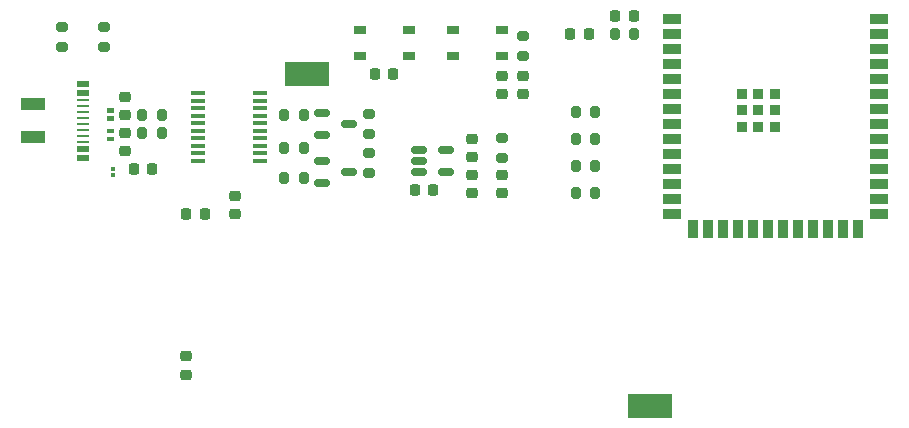
<source format=gbr>
%TF.GenerationSoftware,KiCad,Pcbnew,8.0.4*%
%TF.CreationDate,2024-11-18T06:36:06-07:00*%
%TF.ProjectId,SnakeTank,536e616b-6554-4616-9e6b-2e6b69636164,rev?*%
%TF.SameCoordinates,Original*%
%TF.FileFunction,Paste,Top*%
%TF.FilePolarity,Positive*%
%FSLAX46Y46*%
G04 Gerber Fmt 4.6, Leading zero omitted, Abs format (unit mm)*
G04 Created by KiCad (PCBNEW 8.0.4) date 2024-11-18 06:36:06*
%MOMM*%
%LPD*%
G01*
G04 APERTURE LIST*
G04 Aperture macros list*
%AMRoundRect*
0 Rectangle with rounded corners*
0 $1 Rounding radius*
0 $2 $3 $4 $5 $6 $7 $8 $9 X,Y pos of 4 corners*
0 Add a 4 corners polygon primitive as box body*
4,1,4,$2,$3,$4,$5,$6,$7,$8,$9,$2,$3,0*
0 Add four circle primitives for the rounded corners*
1,1,$1+$1,$2,$3*
1,1,$1+$1,$4,$5*
1,1,$1+$1,$6,$7*
1,1,$1+$1,$8,$9*
0 Add four rect primitives between the rounded corners*
20,1,$1+$1,$2,$3,$4,$5,0*
20,1,$1+$1,$4,$5,$6,$7,0*
20,1,$1+$1,$6,$7,$8,$9,0*
20,1,$1+$1,$8,$9,$2,$3,0*%
G04 Aperture macros list end*
%ADD10C,0.010000*%
%ADD11RoundRect,0.200000X-0.275000X0.200000X-0.275000X-0.200000X0.275000X-0.200000X0.275000X0.200000X0*%
%ADD12RoundRect,0.200000X-0.200000X-0.275000X0.200000X-0.275000X0.200000X0.275000X-0.200000X0.275000X0*%
%ADD13RoundRect,0.225000X0.225000X0.250000X-0.225000X0.250000X-0.225000X-0.250000X0.225000X-0.250000X0*%
%ADD14RoundRect,0.225000X-0.225000X-0.250000X0.225000X-0.250000X0.225000X0.250000X-0.225000X0.250000X0*%
%ADD15R,1.050000X0.650000*%
%ADD16RoundRect,0.218750X0.256250X-0.218750X0.256250X0.218750X-0.256250X0.218750X-0.256250X-0.218750X0*%
%ADD17RoundRect,0.225000X0.250000X-0.225000X0.250000X0.225000X-0.250000X0.225000X-0.250000X-0.225000X0*%
%ADD18RoundRect,0.225000X-0.250000X0.225000X-0.250000X-0.225000X0.250000X-0.225000X0.250000X0.225000X0*%
%ADD19R,1.200000X0.400000*%
%ADD20RoundRect,0.200000X0.275000X-0.200000X0.275000X0.200000X-0.275000X0.200000X-0.275000X-0.200000X0*%
%ADD21RoundRect,0.200000X0.200000X0.275000X-0.200000X0.275000X-0.200000X-0.275000X0.200000X-0.275000X0*%
%ADD22RoundRect,0.150000X-0.512500X-0.150000X0.512500X-0.150000X0.512500X0.150000X-0.512500X0.150000X0*%
%ADD23R,3.800000X2.000000*%
%ADD24R,1.500000X0.900000*%
%ADD25R,0.900000X1.500000*%
%ADD26R,0.900000X0.900000*%
%ADD27R,0.400000X0.380000*%
%ADD28R,2.000000X1.000000*%
%ADD29R,1.000000X0.520000*%
%ADD30R,1.000000X0.270000*%
G04 APERTURE END LIST*
D10*
%TO.C,D2*%
X27765000Y-34930000D02*
X27767000Y-34930000D01*
X27770000Y-34931000D01*
X27772000Y-34931000D01*
X27775000Y-34932000D01*
X27777000Y-34933000D01*
X27780000Y-34934000D01*
X27782000Y-34936000D01*
X27784000Y-34937000D01*
X27786000Y-34939000D01*
X27788000Y-34940000D01*
X27790000Y-34942000D01*
X27792000Y-34944000D01*
X27794000Y-34946000D01*
X27796000Y-34948000D01*
X27797000Y-34950000D01*
X27799000Y-34952000D01*
X27800000Y-34954000D01*
X27802000Y-34956000D01*
X27803000Y-34959000D01*
X27804000Y-34961000D01*
X27805000Y-34964000D01*
X27805000Y-34966000D01*
X27806000Y-34969000D01*
X27806000Y-34971000D01*
X27807000Y-34974000D01*
X27807000Y-34976000D01*
X27807000Y-34979000D01*
X27807000Y-35179000D01*
X27807000Y-35182000D01*
X27807000Y-35184000D01*
X27806000Y-35187000D01*
X27806000Y-35189000D01*
X27805000Y-35192000D01*
X27805000Y-35194000D01*
X27804000Y-35197000D01*
X27803000Y-35199000D01*
X27802000Y-35202000D01*
X27800000Y-35204000D01*
X27799000Y-35206000D01*
X27797000Y-35208000D01*
X27796000Y-35210000D01*
X27794000Y-35212000D01*
X27792000Y-35214000D01*
X27790000Y-35216000D01*
X27788000Y-35218000D01*
X27786000Y-35219000D01*
X27784000Y-35221000D01*
X27782000Y-35222000D01*
X27780000Y-35224000D01*
X27777000Y-35225000D01*
X27775000Y-35226000D01*
X27772000Y-35227000D01*
X27770000Y-35227000D01*
X27767000Y-35228000D01*
X27765000Y-35228000D01*
X27762000Y-35229000D01*
X27760000Y-35229000D01*
X27757000Y-35229000D01*
X27357000Y-35229000D01*
X27354000Y-35229000D01*
X27352000Y-35229000D01*
X27349000Y-35228000D01*
X27347000Y-35228000D01*
X27344000Y-35227000D01*
X27342000Y-35227000D01*
X27339000Y-35226000D01*
X27337000Y-35225000D01*
X27334000Y-35224000D01*
X27332000Y-35222000D01*
X27330000Y-35221000D01*
X27328000Y-35219000D01*
X27326000Y-35218000D01*
X27324000Y-35216000D01*
X27322000Y-35214000D01*
X27320000Y-35212000D01*
X27318000Y-35210000D01*
X27317000Y-35208000D01*
X27315000Y-35206000D01*
X27314000Y-35204000D01*
X27312000Y-35202000D01*
X27311000Y-35199000D01*
X27310000Y-35197000D01*
X27309000Y-35194000D01*
X27309000Y-35192000D01*
X27308000Y-35189000D01*
X27308000Y-35187000D01*
X27307000Y-35184000D01*
X27307000Y-35182000D01*
X27307000Y-35179000D01*
X27307000Y-34979000D01*
X27307000Y-34976000D01*
X27307000Y-34974000D01*
X27308000Y-34971000D01*
X27308000Y-34969000D01*
X27309000Y-34966000D01*
X27309000Y-34964000D01*
X27310000Y-34961000D01*
X27311000Y-34959000D01*
X27312000Y-34956000D01*
X27314000Y-34954000D01*
X27315000Y-34952000D01*
X27317000Y-34950000D01*
X27318000Y-34948000D01*
X27320000Y-34946000D01*
X27322000Y-34944000D01*
X27324000Y-34942000D01*
X27326000Y-34940000D01*
X27328000Y-34939000D01*
X27330000Y-34937000D01*
X27332000Y-34936000D01*
X27334000Y-34934000D01*
X27337000Y-34933000D01*
X27339000Y-34932000D01*
X27342000Y-34931000D01*
X27344000Y-34931000D01*
X27347000Y-34930000D01*
X27349000Y-34930000D01*
X27352000Y-34929000D01*
X27354000Y-34929000D01*
X27357000Y-34929000D01*
X27757000Y-34929000D01*
X27760000Y-34929000D01*
X27762000Y-34929000D01*
X27765000Y-34930000D01*
G36*
X27765000Y-34930000D02*
G01*
X27767000Y-34930000D01*
X27770000Y-34931000D01*
X27772000Y-34931000D01*
X27775000Y-34932000D01*
X27777000Y-34933000D01*
X27780000Y-34934000D01*
X27782000Y-34936000D01*
X27784000Y-34937000D01*
X27786000Y-34939000D01*
X27788000Y-34940000D01*
X27790000Y-34942000D01*
X27792000Y-34944000D01*
X27794000Y-34946000D01*
X27796000Y-34948000D01*
X27797000Y-34950000D01*
X27799000Y-34952000D01*
X27800000Y-34954000D01*
X27802000Y-34956000D01*
X27803000Y-34959000D01*
X27804000Y-34961000D01*
X27805000Y-34964000D01*
X27805000Y-34966000D01*
X27806000Y-34969000D01*
X27806000Y-34971000D01*
X27807000Y-34974000D01*
X27807000Y-34976000D01*
X27807000Y-34979000D01*
X27807000Y-35179000D01*
X27807000Y-35182000D01*
X27807000Y-35184000D01*
X27806000Y-35187000D01*
X27806000Y-35189000D01*
X27805000Y-35192000D01*
X27805000Y-35194000D01*
X27804000Y-35197000D01*
X27803000Y-35199000D01*
X27802000Y-35202000D01*
X27800000Y-35204000D01*
X27799000Y-35206000D01*
X27797000Y-35208000D01*
X27796000Y-35210000D01*
X27794000Y-35212000D01*
X27792000Y-35214000D01*
X27790000Y-35216000D01*
X27788000Y-35218000D01*
X27786000Y-35219000D01*
X27784000Y-35221000D01*
X27782000Y-35222000D01*
X27780000Y-35224000D01*
X27777000Y-35225000D01*
X27775000Y-35226000D01*
X27772000Y-35227000D01*
X27770000Y-35227000D01*
X27767000Y-35228000D01*
X27765000Y-35228000D01*
X27762000Y-35229000D01*
X27760000Y-35229000D01*
X27757000Y-35229000D01*
X27357000Y-35229000D01*
X27354000Y-35229000D01*
X27352000Y-35229000D01*
X27349000Y-35228000D01*
X27347000Y-35228000D01*
X27344000Y-35227000D01*
X27342000Y-35227000D01*
X27339000Y-35226000D01*
X27337000Y-35225000D01*
X27334000Y-35224000D01*
X27332000Y-35222000D01*
X27330000Y-35221000D01*
X27328000Y-35219000D01*
X27326000Y-35218000D01*
X27324000Y-35216000D01*
X27322000Y-35214000D01*
X27320000Y-35212000D01*
X27318000Y-35210000D01*
X27317000Y-35208000D01*
X27315000Y-35206000D01*
X27314000Y-35204000D01*
X27312000Y-35202000D01*
X27311000Y-35199000D01*
X27310000Y-35197000D01*
X27309000Y-35194000D01*
X27309000Y-35192000D01*
X27308000Y-35189000D01*
X27308000Y-35187000D01*
X27307000Y-35184000D01*
X27307000Y-35182000D01*
X27307000Y-35179000D01*
X27307000Y-34979000D01*
X27307000Y-34976000D01*
X27307000Y-34974000D01*
X27308000Y-34971000D01*
X27308000Y-34969000D01*
X27309000Y-34966000D01*
X27309000Y-34964000D01*
X27310000Y-34961000D01*
X27311000Y-34959000D01*
X27312000Y-34956000D01*
X27314000Y-34954000D01*
X27315000Y-34952000D01*
X27317000Y-34950000D01*
X27318000Y-34948000D01*
X27320000Y-34946000D01*
X27322000Y-34944000D01*
X27324000Y-34942000D01*
X27326000Y-34940000D01*
X27328000Y-34939000D01*
X27330000Y-34937000D01*
X27332000Y-34936000D01*
X27334000Y-34934000D01*
X27337000Y-34933000D01*
X27339000Y-34932000D01*
X27342000Y-34931000D01*
X27344000Y-34931000D01*
X27347000Y-34930000D01*
X27349000Y-34930000D01*
X27352000Y-34929000D01*
X27354000Y-34929000D01*
X27357000Y-34929000D01*
X27757000Y-34929000D01*
X27760000Y-34929000D01*
X27762000Y-34929000D01*
X27765000Y-34930000D01*
G37*
X27765000Y-35630000D02*
X27767000Y-35630000D01*
X27770000Y-35631000D01*
X27772000Y-35631000D01*
X27775000Y-35632000D01*
X27777000Y-35633000D01*
X27780000Y-35634000D01*
X27782000Y-35636000D01*
X27784000Y-35637000D01*
X27786000Y-35639000D01*
X27788000Y-35640000D01*
X27790000Y-35642000D01*
X27792000Y-35644000D01*
X27794000Y-35646000D01*
X27796000Y-35648000D01*
X27797000Y-35650000D01*
X27799000Y-35652000D01*
X27800000Y-35654000D01*
X27802000Y-35656000D01*
X27803000Y-35659000D01*
X27804000Y-35661000D01*
X27805000Y-35664000D01*
X27805000Y-35666000D01*
X27806000Y-35669000D01*
X27806000Y-35671000D01*
X27807000Y-35674000D01*
X27807000Y-35676000D01*
X27807000Y-35679000D01*
X27807000Y-35879000D01*
X27807000Y-35882000D01*
X27807000Y-35884000D01*
X27806000Y-35887000D01*
X27806000Y-35889000D01*
X27805000Y-35892000D01*
X27805000Y-35894000D01*
X27804000Y-35897000D01*
X27803000Y-35899000D01*
X27802000Y-35902000D01*
X27800000Y-35904000D01*
X27799000Y-35906000D01*
X27797000Y-35908000D01*
X27796000Y-35910000D01*
X27794000Y-35912000D01*
X27792000Y-35914000D01*
X27790000Y-35916000D01*
X27788000Y-35918000D01*
X27786000Y-35919000D01*
X27784000Y-35921000D01*
X27782000Y-35922000D01*
X27780000Y-35924000D01*
X27777000Y-35925000D01*
X27775000Y-35926000D01*
X27772000Y-35927000D01*
X27770000Y-35927000D01*
X27767000Y-35928000D01*
X27765000Y-35928000D01*
X27762000Y-35929000D01*
X27760000Y-35929000D01*
X27757000Y-35929000D01*
X27357000Y-35929000D01*
X27354000Y-35929000D01*
X27352000Y-35929000D01*
X27349000Y-35928000D01*
X27347000Y-35928000D01*
X27344000Y-35927000D01*
X27342000Y-35927000D01*
X27339000Y-35926000D01*
X27337000Y-35925000D01*
X27334000Y-35924000D01*
X27332000Y-35922000D01*
X27330000Y-35921000D01*
X27328000Y-35919000D01*
X27326000Y-35918000D01*
X27324000Y-35916000D01*
X27322000Y-35914000D01*
X27320000Y-35912000D01*
X27318000Y-35910000D01*
X27317000Y-35908000D01*
X27315000Y-35906000D01*
X27314000Y-35904000D01*
X27312000Y-35902000D01*
X27311000Y-35899000D01*
X27310000Y-35897000D01*
X27309000Y-35894000D01*
X27309000Y-35892000D01*
X27308000Y-35889000D01*
X27308000Y-35887000D01*
X27307000Y-35884000D01*
X27307000Y-35882000D01*
X27307000Y-35879000D01*
X27307000Y-35679000D01*
X27307000Y-35676000D01*
X27307000Y-35674000D01*
X27308000Y-35671000D01*
X27308000Y-35669000D01*
X27309000Y-35666000D01*
X27309000Y-35664000D01*
X27310000Y-35661000D01*
X27311000Y-35659000D01*
X27312000Y-35656000D01*
X27314000Y-35654000D01*
X27315000Y-35652000D01*
X27317000Y-35650000D01*
X27318000Y-35648000D01*
X27320000Y-35646000D01*
X27322000Y-35644000D01*
X27324000Y-35642000D01*
X27326000Y-35640000D01*
X27328000Y-35639000D01*
X27330000Y-35637000D01*
X27332000Y-35636000D01*
X27334000Y-35634000D01*
X27337000Y-35633000D01*
X27339000Y-35632000D01*
X27342000Y-35631000D01*
X27344000Y-35631000D01*
X27347000Y-35630000D01*
X27349000Y-35630000D01*
X27352000Y-35629000D01*
X27354000Y-35629000D01*
X27357000Y-35629000D01*
X27757000Y-35629000D01*
X27760000Y-35629000D01*
X27762000Y-35629000D01*
X27765000Y-35630000D01*
G36*
X27765000Y-35630000D02*
G01*
X27767000Y-35630000D01*
X27770000Y-35631000D01*
X27772000Y-35631000D01*
X27775000Y-35632000D01*
X27777000Y-35633000D01*
X27780000Y-35634000D01*
X27782000Y-35636000D01*
X27784000Y-35637000D01*
X27786000Y-35639000D01*
X27788000Y-35640000D01*
X27790000Y-35642000D01*
X27792000Y-35644000D01*
X27794000Y-35646000D01*
X27796000Y-35648000D01*
X27797000Y-35650000D01*
X27799000Y-35652000D01*
X27800000Y-35654000D01*
X27802000Y-35656000D01*
X27803000Y-35659000D01*
X27804000Y-35661000D01*
X27805000Y-35664000D01*
X27805000Y-35666000D01*
X27806000Y-35669000D01*
X27806000Y-35671000D01*
X27807000Y-35674000D01*
X27807000Y-35676000D01*
X27807000Y-35679000D01*
X27807000Y-35879000D01*
X27807000Y-35882000D01*
X27807000Y-35884000D01*
X27806000Y-35887000D01*
X27806000Y-35889000D01*
X27805000Y-35892000D01*
X27805000Y-35894000D01*
X27804000Y-35897000D01*
X27803000Y-35899000D01*
X27802000Y-35902000D01*
X27800000Y-35904000D01*
X27799000Y-35906000D01*
X27797000Y-35908000D01*
X27796000Y-35910000D01*
X27794000Y-35912000D01*
X27792000Y-35914000D01*
X27790000Y-35916000D01*
X27788000Y-35918000D01*
X27786000Y-35919000D01*
X27784000Y-35921000D01*
X27782000Y-35922000D01*
X27780000Y-35924000D01*
X27777000Y-35925000D01*
X27775000Y-35926000D01*
X27772000Y-35927000D01*
X27770000Y-35927000D01*
X27767000Y-35928000D01*
X27765000Y-35928000D01*
X27762000Y-35929000D01*
X27760000Y-35929000D01*
X27757000Y-35929000D01*
X27357000Y-35929000D01*
X27354000Y-35929000D01*
X27352000Y-35929000D01*
X27349000Y-35928000D01*
X27347000Y-35928000D01*
X27344000Y-35927000D01*
X27342000Y-35927000D01*
X27339000Y-35926000D01*
X27337000Y-35925000D01*
X27334000Y-35924000D01*
X27332000Y-35922000D01*
X27330000Y-35921000D01*
X27328000Y-35919000D01*
X27326000Y-35918000D01*
X27324000Y-35916000D01*
X27322000Y-35914000D01*
X27320000Y-35912000D01*
X27318000Y-35910000D01*
X27317000Y-35908000D01*
X27315000Y-35906000D01*
X27314000Y-35904000D01*
X27312000Y-35902000D01*
X27311000Y-35899000D01*
X27310000Y-35897000D01*
X27309000Y-35894000D01*
X27309000Y-35892000D01*
X27308000Y-35889000D01*
X27308000Y-35887000D01*
X27307000Y-35884000D01*
X27307000Y-35882000D01*
X27307000Y-35879000D01*
X27307000Y-35679000D01*
X27307000Y-35676000D01*
X27307000Y-35674000D01*
X27308000Y-35671000D01*
X27308000Y-35669000D01*
X27309000Y-35666000D01*
X27309000Y-35664000D01*
X27310000Y-35661000D01*
X27311000Y-35659000D01*
X27312000Y-35656000D01*
X27314000Y-35654000D01*
X27315000Y-35652000D01*
X27317000Y-35650000D01*
X27318000Y-35648000D01*
X27320000Y-35646000D01*
X27322000Y-35644000D01*
X27324000Y-35642000D01*
X27326000Y-35640000D01*
X27328000Y-35639000D01*
X27330000Y-35637000D01*
X27332000Y-35636000D01*
X27334000Y-35634000D01*
X27337000Y-35633000D01*
X27339000Y-35632000D01*
X27342000Y-35631000D01*
X27344000Y-35631000D01*
X27347000Y-35630000D01*
X27349000Y-35630000D01*
X27352000Y-35629000D01*
X27354000Y-35629000D01*
X27357000Y-35629000D01*
X27757000Y-35629000D01*
X27760000Y-35629000D01*
X27762000Y-35629000D01*
X27765000Y-35630000D01*
G37*
%TO.C,D1*%
X27765000Y-33202800D02*
X27767000Y-33202800D01*
X27770000Y-33203800D01*
X27772000Y-33203800D01*
X27775000Y-33204800D01*
X27777000Y-33205800D01*
X27780000Y-33206800D01*
X27782000Y-33208800D01*
X27784000Y-33209800D01*
X27786000Y-33211800D01*
X27788000Y-33212800D01*
X27790000Y-33214800D01*
X27792000Y-33216800D01*
X27794000Y-33218800D01*
X27796000Y-33220800D01*
X27797000Y-33222800D01*
X27799000Y-33224800D01*
X27800000Y-33226800D01*
X27802000Y-33228800D01*
X27803000Y-33231800D01*
X27804000Y-33233800D01*
X27805000Y-33236800D01*
X27805000Y-33238800D01*
X27806000Y-33241800D01*
X27806000Y-33243800D01*
X27807000Y-33246800D01*
X27807000Y-33248800D01*
X27807000Y-33251800D01*
X27807000Y-33451800D01*
X27807000Y-33454800D01*
X27807000Y-33456800D01*
X27806000Y-33459800D01*
X27806000Y-33461800D01*
X27805000Y-33464800D01*
X27805000Y-33466800D01*
X27804000Y-33469800D01*
X27803000Y-33471800D01*
X27802000Y-33474800D01*
X27800000Y-33476800D01*
X27799000Y-33478800D01*
X27797000Y-33480800D01*
X27796000Y-33482800D01*
X27794000Y-33484800D01*
X27792000Y-33486800D01*
X27790000Y-33488800D01*
X27788000Y-33490800D01*
X27786000Y-33491800D01*
X27784000Y-33493800D01*
X27782000Y-33494800D01*
X27780000Y-33496800D01*
X27777000Y-33497800D01*
X27775000Y-33498800D01*
X27772000Y-33499800D01*
X27770000Y-33499800D01*
X27767000Y-33500800D01*
X27765000Y-33500800D01*
X27762000Y-33501800D01*
X27760000Y-33501800D01*
X27757000Y-33501800D01*
X27357000Y-33501800D01*
X27354000Y-33501800D01*
X27352000Y-33501800D01*
X27349000Y-33500800D01*
X27347000Y-33500800D01*
X27344000Y-33499800D01*
X27342000Y-33499800D01*
X27339000Y-33498800D01*
X27337000Y-33497800D01*
X27334000Y-33496800D01*
X27332000Y-33494800D01*
X27330000Y-33493800D01*
X27328000Y-33491800D01*
X27326000Y-33490800D01*
X27324000Y-33488800D01*
X27322000Y-33486800D01*
X27320000Y-33484800D01*
X27318000Y-33482800D01*
X27317000Y-33480800D01*
X27315000Y-33478800D01*
X27314000Y-33476800D01*
X27312000Y-33474800D01*
X27311000Y-33471800D01*
X27310000Y-33469800D01*
X27309000Y-33466800D01*
X27309000Y-33464800D01*
X27308000Y-33461800D01*
X27308000Y-33459800D01*
X27307000Y-33456800D01*
X27307000Y-33454800D01*
X27307000Y-33451800D01*
X27307000Y-33251800D01*
X27307000Y-33248800D01*
X27307000Y-33246800D01*
X27308000Y-33243800D01*
X27308000Y-33241800D01*
X27309000Y-33238800D01*
X27309000Y-33236800D01*
X27310000Y-33233800D01*
X27311000Y-33231800D01*
X27312000Y-33228800D01*
X27314000Y-33226800D01*
X27315000Y-33224800D01*
X27317000Y-33222800D01*
X27318000Y-33220800D01*
X27320000Y-33218800D01*
X27322000Y-33216800D01*
X27324000Y-33214800D01*
X27326000Y-33212800D01*
X27328000Y-33211800D01*
X27330000Y-33209800D01*
X27332000Y-33208800D01*
X27334000Y-33206800D01*
X27337000Y-33205800D01*
X27339000Y-33204800D01*
X27342000Y-33203800D01*
X27344000Y-33203800D01*
X27347000Y-33202800D01*
X27349000Y-33202800D01*
X27352000Y-33201800D01*
X27354000Y-33201800D01*
X27357000Y-33201800D01*
X27757000Y-33201800D01*
X27760000Y-33201800D01*
X27762000Y-33201800D01*
X27765000Y-33202800D01*
G36*
X27765000Y-33202800D02*
G01*
X27767000Y-33202800D01*
X27770000Y-33203800D01*
X27772000Y-33203800D01*
X27775000Y-33204800D01*
X27777000Y-33205800D01*
X27780000Y-33206800D01*
X27782000Y-33208800D01*
X27784000Y-33209800D01*
X27786000Y-33211800D01*
X27788000Y-33212800D01*
X27790000Y-33214800D01*
X27792000Y-33216800D01*
X27794000Y-33218800D01*
X27796000Y-33220800D01*
X27797000Y-33222800D01*
X27799000Y-33224800D01*
X27800000Y-33226800D01*
X27802000Y-33228800D01*
X27803000Y-33231800D01*
X27804000Y-33233800D01*
X27805000Y-33236800D01*
X27805000Y-33238800D01*
X27806000Y-33241800D01*
X27806000Y-33243800D01*
X27807000Y-33246800D01*
X27807000Y-33248800D01*
X27807000Y-33251800D01*
X27807000Y-33451800D01*
X27807000Y-33454800D01*
X27807000Y-33456800D01*
X27806000Y-33459800D01*
X27806000Y-33461800D01*
X27805000Y-33464800D01*
X27805000Y-33466800D01*
X27804000Y-33469800D01*
X27803000Y-33471800D01*
X27802000Y-33474800D01*
X27800000Y-33476800D01*
X27799000Y-33478800D01*
X27797000Y-33480800D01*
X27796000Y-33482800D01*
X27794000Y-33484800D01*
X27792000Y-33486800D01*
X27790000Y-33488800D01*
X27788000Y-33490800D01*
X27786000Y-33491800D01*
X27784000Y-33493800D01*
X27782000Y-33494800D01*
X27780000Y-33496800D01*
X27777000Y-33497800D01*
X27775000Y-33498800D01*
X27772000Y-33499800D01*
X27770000Y-33499800D01*
X27767000Y-33500800D01*
X27765000Y-33500800D01*
X27762000Y-33501800D01*
X27760000Y-33501800D01*
X27757000Y-33501800D01*
X27357000Y-33501800D01*
X27354000Y-33501800D01*
X27352000Y-33501800D01*
X27349000Y-33500800D01*
X27347000Y-33500800D01*
X27344000Y-33499800D01*
X27342000Y-33499800D01*
X27339000Y-33498800D01*
X27337000Y-33497800D01*
X27334000Y-33496800D01*
X27332000Y-33494800D01*
X27330000Y-33493800D01*
X27328000Y-33491800D01*
X27326000Y-33490800D01*
X27324000Y-33488800D01*
X27322000Y-33486800D01*
X27320000Y-33484800D01*
X27318000Y-33482800D01*
X27317000Y-33480800D01*
X27315000Y-33478800D01*
X27314000Y-33476800D01*
X27312000Y-33474800D01*
X27311000Y-33471800D01*
X27310000Y-33469800D01*
X27309000Y-33466800D01*
X27309000Y-33464800D01*
X27308000Y-33461800D01*
X27308000Y-33459800D01*
X27307000Y-33456800D01*
X27307000Y-33454800D01*
X27307000Y-33451800D01*
X27307000Y-33251800D01*
X27307000Y-33248800D01*
X27307000Y-33246800D01*
X27308000Y-33243800D01*
X27308000Y-33241800D01*
X27309000Y-33238800D01*
X27309000Y-33236800D01*
X27310000Y-33233800D01*
X27311000Y-33231800D01*
X27312000Y-33228800D01*
X27314000Y-33226800D01*
X27315000Y-33224800D01*
X27317000Y-33222800D01*
X27318000Y-33220800D01*
X27320000Y-33218800D01*
X27322000Y-33216800D01*
X27324000Y-33214800D01*
X27326000Y-33212800D01*
X27328000Y-33211800D01*
X27330000Y-33209800D01*
X27332000Y-33208800D01*
X27334000Y-33206800D01*
X27337000Y-33205800D01*
X27339000Y-33204800D01*
X27342000Y-33203800D01*
X27344000Y-33203800D01*
X27347000Y-33202800D01*
X27349000Y-33202800D01*
X27352000Y-33201800D01*
X27354000Y-33201800D01*
X27357000Y-33201800D01*
X27757000Y-33201800D01*
X27760000Y-33201800D01*
X27762000Y-33201800D01*
X27765000Y-33202800D01*
G37*
X27765000Y-33902800D02*
X27767000Y-33902800D01*
X27770000Y-33903800D01*
X27772000Y-33903800D01*
X27775000Y-33904800D01*
X27777000Y-33905800D01*
X27780000Y-33906800D01*
X27782000Y-33908800D01*
X27784000Y-33909800D01*
X27786000Y-33911800D01*
X27788000Y-33912800D01*
X27790000Y-33914800D01*
X27792000Y-33916800D01*
X27794000Y-33918800D01*
X27796000Y-33920800D01*
X27797000Y-33922800D01*
X27799000Y-33924800D01*
X27800000Y-33926800D01*
X27802000Y-33928800D01*
X27803000Y-33931800D01*
X27804000Y-33933800D01*
X27805000Y-33936800D01*
X27805000Y-33938800D01*
X27806000Y-33941800D01*
X27806000Y-33943800D01*
X27807000Y-33946800D01*
X27807000Y-33948800D01*
X27807000Y-33951800D01*
X27807000Y-34151800D01*
X27807000Y-34154800D01*
X27807000Y-34156800D01*
X27806000Y-34159800D01*
X27806000Y-34161800D01*
X27805000Y-34164800D01*
X27805000Y-34166800D01*
X27804000Y-34169800D01*
X27803000Y-34171800D01*
X27802000Y-34174800D01*
X27800000Y-34176800D01*
X27799000Y-34178800D01*
X27797000Y-34180800D01*
X27796000Y-34182800D01*
X27794000Y-34184800D01*
X27792000Y-34186800D01*
X27790000Y-34188800D01*
X27788000Y-34190800D01*
X27786000Y-34191800D01*
X27784000Y-34193800D01*
X27782000Y-34194800D01*
X27780000Y-34196800D01*
X27777000Y-34197800D01*
X27775000Y-34198800D01*
X27772000Y-34199800D01*
X27770000Y-34199800D01*
X27767000Y-34200800D01*
X27765000Y-34200800D01*
X27762000Y-34201800D01*
X27760000Y-34201800D01*
X27757000Y-34201800D01*
X27357000Y-34201800D01*
X27354000Y-34201800D01*
X27352000Y-34201800D01*
X27349000Y-34200800D01*
X27347000Y-34200800D01*
X27344000Y-34199800D01*
X27342000Y-34199800D01*
X27339000Y-34198800D01*
X27337000Y-34197800D01*
X27334000Y-34196800D01*
X27332000Y-34194800D01*
X27330000Y-34193800D01*
X27328000Y-34191800D01*
X27326000Y-34190800D01*
X27324000Y-34188800D01*
X27322000Y-34186800D01*
X27320000Y-34184800D01*
X27318000Y-34182800D01*
X27317000Y-34180800D01*
X27315000Y-34178800D01*
X27314000Y-34176800D01*
X27312000Y-34174800D01*
X27311000Y-34171800D01*
X27310000Y-34169800D01*
X27309000Y-34166800D01*
X27309000Y-34164800D01*
X27308000Y-34161800D01*
X27308000Y-34159800D01*
X27307000Y-34156800D01*
X27307000Y-34154800D01*
X27307000Y-34151800D01*
X27307000Y-33951800D01*
X27307000Y-33948800D01*
X27307000Y-33946800D01*
X27308000Y-33943800D01*
X27308000Y-33941800D01*
X27309000Y-33938800D01*
X27309000Y-33936800D01*
X27310000Y-33933800D01*
X27311000Y-33931800D01*
X27312000Y-33928800D01*
X27314000Y-33926800D01*
X27315000Y-33924800D01*
X27317000Y-33922800D01*
X27318000Y-33920800D01*
X27320000Y-33918800D01*
X27322000Y-33916800D01*
X27324000Y-33914800D01*
X27326000Y-33912800D01*
X27328000Y-33911800D01*
X27330000Y-33909800D01*
X27332000Y-33908800D01*
X27334000Y-33906800D01*
X27337000Y-33905800D01*
X27339000Y-33904800D01*
X27342000Y-33903800D01*
X27344000Y-33903800D01*
X27347000Y-33902800D01*
X27349000Y-33902800D01*
X27352000Y-33901800D01*
X27354000Y-33901800D01*
X27357000Y-33901800D01*
X27757000Y-33901800D01*
X27760000Y-33901800D01*
X27762000Y-33901800D01*
X27765000Y-33902800D01*
G36*
X27765000Y-33902800D02*
G01*
X27767000Y-33902800D01*
X27770000Y-33903800D01*
X27772000Y-33903800D01*
X27775000Y-33904800D01*
X27777000Y-33905800D01*
X27780000Y-33906800D01*
X27782000Y-33908800D01*
X27784000Y-33909800D01*
X27786000Y-33911800D01*
X27788000Y-33912800D01*
X27790000Y-33914800D01*
X27792000Y-33916800D01*
X27794000Y-33918800D01*
X27796000Y-33920800D01*
X27797000Y-33922800D01*
X27799000Y-33924800D01*
X27800000Y-33926800D01*
X27802000Y-33928800D01*
X27803000Y-33931800D01*
X27804000Y-33933800D01*
X27805000Y-33936800D01*
X27805000Y-33938800D01*
X27806000Y-33941800D01*
X27806000Y-33943800D01*
X27807000Y-33946800D01*
X27807000Y-33948800D01*
X27807000Y-33951800D01*
X27807000Y-34151800D01*
X27807000Y-34154800D01*
X27807000Y-34156800D01*
X27806000Y-34159800D01*
X27806000Y-34161800D01*
X27805000Y-34164800D01*
X27805000Y-34166800D01*
X27804000Y-34169800D01*
X27803000Y-34171800D01*
X27802000Y-34174800D01*
X27800000Y-34176800D01*
X27799000Y-34178800D01*
X27797000Y-34180800D01*
X27796000Y-34182800D01*
X27794000Y-34184800D01*
X27792000Y-34186800D01*
X27790000Y-34188800D01*
X27788000Y-34190800D01*
X27786000Y-34191800D01*
X27784000Y-34193800D01*
X27782000Y-34194800D01*
X27780000Y-34196800D01*
X27777000Y-34197800D01*
X27775000Y-34198800D01*
X27772000Y-34199800D01*
X27770000Y-34199800D01*
X27767000Y-34200800D01*
X27765000Y-34200800D01*
X27762000Y-34201800D01*
X27760000Y-34201800D01*
X27757000Y-34201800D01*
X27357000Y-34201800D01*
X27354000Y-34201800D01*
X27352000Y-34201800D01*
X27349000Y-34200800D01*
X27347000Y-34200800D01*
X27344000Y-34199800D01*
X27342000Y-34199800D01*
X27339000Y-34198800D01*
X27337000Y-34197800D01*
X27334000Y-34196800D01*
X27332000Y-34194800D01*
X27330000Y-34193800D01*
X27328000Y-34191800D01*
X27326000Y-34190800D01*
X27324000Y-34188800D01*
X27322000Y-34186800D01*
X27320000Y-34184800D01*
X27318000Y-34182800D01*
X27317000Y-34180800D01*
X27315000Y-34178800D01*
X27314000Y-34176800D01*
X27312000Y-34174800D01*
X27311000Y-34171800D01*
X27310000Y-34169800D01*
X27309000Y-34166800D01*
X27309000Y-34164800D01*
X27308000Y-34161800D01*
X27308000Y-34159800D01*
X27307000Y-34156800D01*
X27307000Y-34154800D01*
X27307000Y-34151800D01*
X27307000Y-33951800D01*
X27307000Y-33948800D01*
X27307000Y-33946800D01*
X27308000Y-33943800D01*
X27308000Y-33941800D01*
X27309000Y-33938800D01*
X27309000Y-33936800D01*
X27310000Y-33933800D01*
X27311000Y-33931800D01*
X27312000Y-33928800D01*
X27314000Y-33926800D01*
X27315000Y-33924800D01*
X27317000Y-33922800D01*
X27318000Y-33920800D01*
X27320000Y-33918800D01*
X27322000Y-33916800D01*
X27324000Y-33914800D01*
X27326000Y-33912800D01*
X27328000Y-33911800D01*
X27330000Y-33909800D01*
X27332000Y-33908800D01*
X27334000Y-33906800D01*
X27337000Y-33905800D01*
X27339000Y-33904800D01*
X27342000Y-33903800D01*
X27344000Y-33903800D01*
X27347000Y-33902800D01*
X27349000Y-33902800D01*
X27352000Y-33901800D01*
X27354000Y-33901800D01*
X27357000Y-33901800D01*
X27757000Y-33901800D01*
X27760000Y-33901800D01*
X27762000Y-33901800D01*
X27765000Y-33902800D01*
G37*
%TD*%
D11*
%TO.C,R5*%
X60706000Y-35751000D03*
X60706000Y-37401000D03*
%TD*%
D12*
%TO.C,R16*%
X42293700Y-36576000D03*
X43943700Y-36576000D03*
%TD*%
D13*
%TO.C,C5*%
X51497000Y-30304000D03*
X49947000Y-30304000D03*
%TD*%
D14*
%TO.C,C14*%
X34023000Y-42164000D03*
X35573000Y-42164000D03*
%TD*%
D15*
%TO.C,RESET1*%
X56599000Y-26611000D03*
X56599000Y-28761000D03*
X60749000Y-26611000D03*
X60749000Y-28761000D03*
%TD*%
D16*
%TO.C,D3*%
X60706000Y-40411500D03*
X60706000Y-38836500D03*
%TD*%
D17*
%TO.C,C8*%
X28827000Y-33822000D03*
X28827000Y-32272000D03*
%TD*%
D18*
%TO.C,C3*%
X58166000Y-38874500D03*
X58166000Y-40424500D03*
%TD*%
D12*
%TO.C,R13*%
X66993000Y-38100000D03*
X68643000Y-38100000D03*
%TD*%
D19*
%TO.C,U4*%
X40221700Y-37655500D03*
X40221700Y-37020500D03*
X40221700Y-36385500D03*
X40221700Y-35750500D03*
X40221700Y-35115500D03*
X40221700Y-34480500D03*
X40221700Y-33845500D03*
X40221700Y-33210500D03*
X40221700Y-32575500D03*
X40221700Y-31940500D03*
X35021700Y-31940500D03*
X35021700Y-32575500D03*
X35021700Y-33210500D03*
X35021700Y-33845500D03*
X35021700Y-34480500D03*
X35021700Y-35115500D03*
X35021700Y-35750500D03*
X35021700Y-36385500D03*
X35021700Y-37020500D03*
X35021700Y-37655500D03*
%TD*%
D20*
%TO.C,R1*%
X23493000Y-27999000D03*
X23493000Y-26349000D03*
%TD*%
D14*
%TO.C,C10*%
X70332000Y-25400000D03*
X71882000Y-25400000D03*
%TD*%
D18*
%TO.C,C12*%
X62484000Y-30467000D03*
X62484000Y-32017000D03*
%TD*%
D12*
%TO.C,R9*%
X42293700Y-39116000D03*
X43943700Y-39116000D03*
%TD*%
D21*
%TO.C,R7*%
X71932000Y-26924000D03*
X70282000Y-26924000D03*
%TD*%
D20*
%TO.C,R11*%
X49468700Y-38671000D03*
X49468700Y-37021000D03*
%TD*%
D22*
%TO.C,U1*%
X53726500Y-36733500D03*
X53726500Y-37683500D03*
X53726500Y-38633500D03*
X56001500Y-38633500D03*
X56001500Y-36733500D03*
%TD*%
D12*
%TO.C,R8*%
X42293700Y-33782000D03*
X43943700Y-33782000D03*
%TD*%
%TO.C,R15*%
X66993000Y-33528000D03*
X68643000Y-33528000D03*
%TD*%
D23*
%TO.C,TP4*%
X44196000Y-30353000D03*
%TD*%
D22*
%TO.C,Q2*%
X45537200Y-37658000D03*
X45537200Y-39558000D03*
X47812200Y-38608000D03*
%TD*%
D18*
%TO.C,C2*%
X58166000Y-35826500D03*
X58166000Y-37376500D03*
%TD*%
%TO.C,C4*%
X60706000Y-30467000D03*
X60706000Y-32017000D03*
%TD*%
D21*
%TO.C,R6*%
X31938000Y-33809000D03*
X30288000Y-33809000D03*
%TD*%
D24*
%TO.C,U2*%
X75170000Y-25654000D03*
X75170000Y-26924000D03*
X75170000Y-28194000D03*
X75170000Y-29464000D03*
X75170000Y-30734000D03*
X75170000Y-32004000D03*
X75170000Y-33274000D03*
X75170000Y-34544000D03*
X75170000Y-35814000D03*
X75170000Y-37084000D03*
X75170000Y-38354000D03*
X75170000Y-39624000D03*
X75170000Y-40894000D03*
X75170000Y-42164000D03*
D25*
X76935000Y-43414000D03*
X78205000Y-43414000D03*
X79475000Y-43414000D03*
X80745000Y-43414000D03*
X82015000Y-43414000D03*
X83285000Y-43414000D03*
X84555000Y-43414000D03*
X85825000Y-43414000D03*
X87095000Y-43414000D03*
X88365000Y-43414000D03*
X89635000Y-43414000D03*
X90905000Y-43414000D03*
D24*
X92670000Y-42164000D03*
X92670000Y-40894000D03*
X92670000Y-39624000D03*
X92670000Y-38354000D03*
X92670000Y-37084000D03*
X92670000Y-35814000D03*
X92670000Y-34544000D03*
X92670000Y-33274000D03*
X92670000Y-32004000D03*
X92670000Y-30734000D03*
X92670000Y-29464000D03*
X92670000Y-28194000D03*
X92670000Y-26924000D03*
X92670000Y-25654000D03*
D26*
X82420000Y-33374000D03*
X81020000Y-33374000D03*
X83820000Y-33374000D03*
X81020000Y-34774000D03*
X82420000Y-34774000D03*
X83820000Y-34774000D03*
X81020000Y-31974000D03*
X82420000Y-31974000D03*
X83820000Y-31974000D03*
%TD*%
D14*
%TO.C,C1*%
X53340000Y-40132000D03*
X54890000Y-40132000D03*
%TD*%
D12*
%TO.C,R12*%
X66993000Y-40386000D03*
X68643000Y-40386000D03*
%TD*%
D13*
%TO.C,C11*%
X68085000Y-26924000D03*
X66535000Y-26924000D03*
%TD*%
D18*
%TO.C,C7*%
X38100000Y-40627000D03*
X38100000Y-42177000D03*
%TD*%
D17*
%TO.C,C13*%
X34004000Y-55766000D03*
X34004000Y-54216000D03*
%TD*%
D11*
%TO.C,R3*%
X62484000Y-27115000D03*
X62484000Y-28765000D03*
%TD*%
D27*
%TO.C,FB1*%
X27811000Y-38885000D03*
X27811000Y-38323000D03*
%TD*%
D12*
%TO.C,R4*%
X30288000Y-35333000D03*
X31938000Y-35333000D03*
%TD*%
D15*
%TO.C,BOOT1*%
X48725000Y-26611000D03*
X48725000Y-28761000D03*
X52875000Y-26611000D03*
X52875000Y-28761000D03*
%TD*%
D22*
%TO.C,Q1*%
X45537200Y-33594000D03*
X45537200Y-35494000D03*
X47812200Y-34544000D03*
%TD*%
D18*
%TO.C,C9*%
X28827000Y-35320000D03*
X28827000Y-36870000D03*
%TD*%
D23*
%TO.C,TP5*%
X73279000Y-58420000D03*
%TD*%
D12*
%TO.C,R14*%
X66993000Y-35814000D03*
X68643000Y-35814000D03*
%TD*%
D14*
%TO.C,C6*%
X29576000Y-38350000D03*
X31126000Y-38350000D03*
%TD*%
D20*
%TO.C,R10*%
X49468700Y-35369000D03*
X49468700Y-33719000D03*
%TD*%
D28*
%TO.C,J2*%
X21073000Y-32886000D03*
X21073000Y-35686000D03*
D29*
X25273000Y-31186000D03*
X25273000Y-31936000D03*
D30*
X25273000Y-32536000D03*
X25273000Y-34036000D03*
X25273000Y-35036000D03*
X25273000Y-36036000D03*
D29*
X25273000Y-36636000D03*
X25273000Y-37386000D03*
X25273000Y-37386000D03*
X25273000Y-36636000D03*
D30*
X25273000Y-35536000D03*
X25273000Y-34536000D03*
X25273000Y-33536000D03*
X25273000Y-33036000D03*
D29*
X25273000Y-31936000D03*
X25273000Y-31186000D03*
%TD*%
D20*
%TO.C,R2*%
X27049000Y-27999000D03*
X27049000Y-26349000D03*
%TD*%
M02*

</source>
